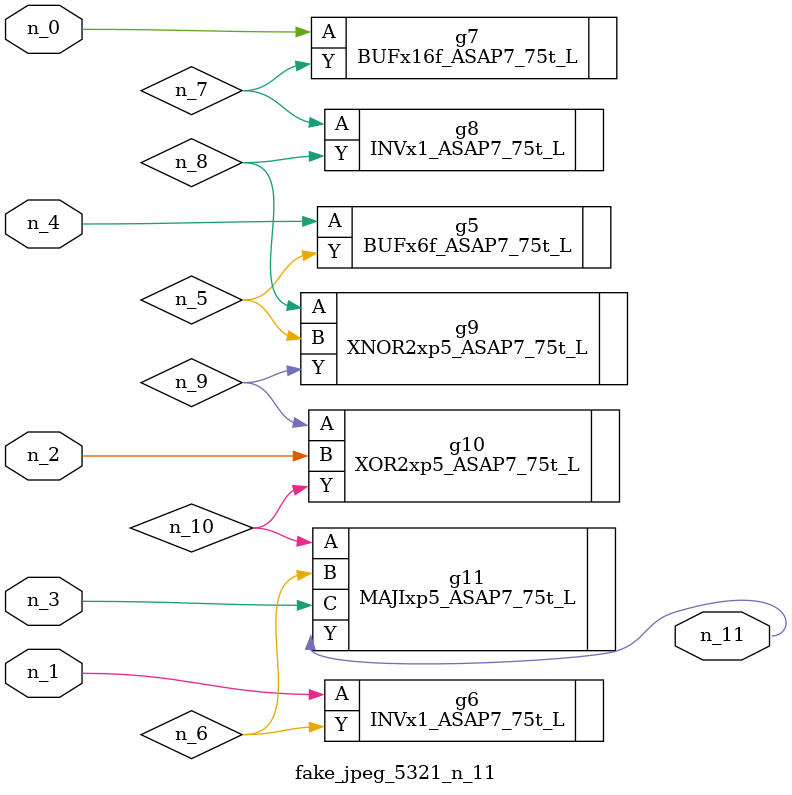
<source format=v>
module fake_jpeg_5321_n_11 (n_3, n_2, n_1, n_0, n_4, n_11);

input n_3;
input n_2;
input n_1;
input n_0;
input n_4;

output n_11;

wire n_10;
wire n_8;
wire n_9;
wire n_6;
wire n_5;
wire n_7;

BUFx6f_ASAP7_75t_L g5 ( 
.A(n_4),
.Y(n_5)
);

INVx1_ASAP7_75t_L g6 ( 
.A(n_1),
.Y(n_6)
);

BUFx16f_ASAP7_75t_L g7 ( 
.A(n_0),
.Y(n_7)
);

INVx1_ASAP7_75t_L g8 ( 
.A(n_7),
.Y(n_8)
);

XNOR2xp5_ASAP7_75t_L g9 ( 
.A(n_8),
.B(n_5),
.Y(n_9)
);

XOR2xp5_ASAP7_75t_L g10 ( 
.A(n_9),
.B(n_2),
.Y(n_10)
);

MAJIxp5_ASAP7_75t_L g11 ( 
.A(n_10),
.B(n_6),
.C(n_3),
.Y(n_11)
);


endmodule
</source>
